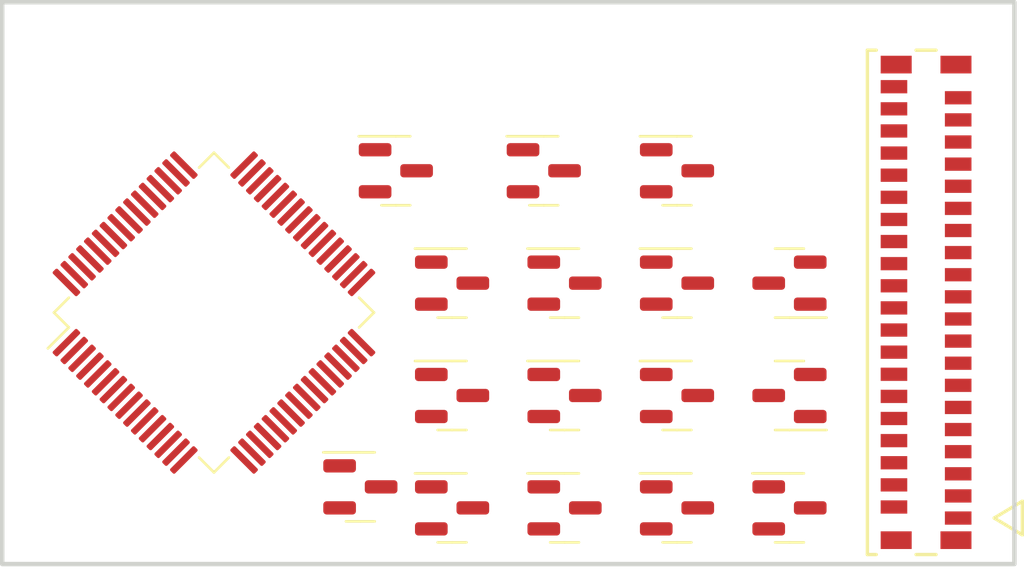
<source format=kicad_pcb>
(kicad_pcb (version 20221018) (generator pcbnew)
  (layers (0 "F.Cu" signal) (31 "B.Cu" signal) (34 "B.Paste" user) (35 "F.Paste" user) (36 "B.SilkS" user "B.Silkscreen") (37 "F.SilkS" user "F.Silkscreen") (38 "B.Mask" user) (39 "F.Mask" user) (44 "Edge.Cuts" user))
  (net 0 "")
  (net 34 "Net-(U1-VSS-Pad31)")
  (footprint "Package_TO_SOT_SMD:SOT-23" (layer "F.Cu") (at 170.18 101.6)
    (fp_text reference "Q1" hide)
    (fp_text value "MMBT3904" hide)
    (fp_line (start 0 -1.56) (end -1.675 -1.56) (stroke (width 0.12)) (layer "F.SilkS"))
    (fp_line (start 0 -1.56) (end 0.65 -1.56) (stroke (width 0.12)) (layer "F.SilkS"))
    (fp_line (start 0 1.56) (end -0.65 1.56) (stroke (width 0.12)) (layer "F.SilkS"))
    (fp_line (start 0 1.56) (end 0.65 1.56) (stroke (width 0.12)) (layer "F.SilkS"))
    (pad "1" smd roundrect (at -0.9375 -0.95) (size 1.475 0.6) (layers "F.Cu" "F.Paste" "F.Mask"))
    (pad "2" smd roundrect (at -0.9375 0.95) (size 1.475 0.6) (layers "F.Cu" "F.Paste" "F.Mask"))
    (pad "3" smd roundrect (at 0.9375 0) (size 1.475 0.6) (layers "F.Cu" "F.Paste" "F.Mask"))
  )
  (footprint "Package_TO_SOT_SMD:SOT-23" (layer "F.Cu") (at 180.34 111.76)
    (fp_text reference "Q1" hide)
    (fp_text value "MMBT3904" hide)
    (fp_line (start 0 -1.56) (end -1.675 -1.56) (stroke (width 0.12)) (layer "F.SilkS"))
    (fp_line (start 0 -1.56) (end 0.65 -1.56) (stroke (width 0.12)) (layer "F.SilkS"))
    (fp_line (start 0 1.56) (end -0.65 1.56) (stroke (width 0.12)) (layer "F.SilkS"))
    (fp_line (start 0 1.56) (end 0.65 1.56) (stroke (width 0.12)) (layer "F.SilkS"))
    (pad "1" smd roundrect (at -0.9375 -0.95) (size 1.475 0.6) (layers "F.Cu" "F.Paste" "F.Mask"))
    (pad "2" smd roundrect (at -0.9375 0.95) (size 1.475 0.6) (layers "F.Cu" "F.Paste" "F.Mask"))
    (pad "3" smd roundrect (at 0.9375 0) (size 1.475 0.6) (layers "F.Cu" "F.Paste" "F.Mask"))
  )
  (footprint "Package_TO_SOT_SMD:SOT-23" (layer "F.Cu") (at 170.18 106.68)
    (fp_text reference "Q1" hide)
    (fp_text value "MMBT3904" hide)
    (fp_line (start 0 -1.56) (end -1.675 -1.56) (stroke (width 0.12)) (layer "F.SilkS"))
    (fp_line (start 0 -1.56) (end 0.65 -1.56) (stroke (width 0.12)) (layer "F.SilkS"))
    (fp_line (start 0 1.56) (end -0.65 1.56) (stroke (width 0.12)) (layer "F.SilkS"))
    (fp_line (start 0 1.56) (end 0.65 1.56) (stroke (width 0.12)) (layer "F.SilkS"))
    (pad "1" smd roundrect (at -0.9375 -0.95) (size 1.475 0.6) (layers "F.Cu" "F.Paste" "F.Mask"))
    (pad "2" smd roundrect (at -0.9375 0.95) (size 1.475 0.6) (layers "F.Cu" "F.Paste" "F.Mask"))
    (pad "3" smd roundrect (at 0.9375 0) (size 1.475 0.6) (layers "F.Cu" "F.Paste" "F.Mask"))
  )
  (footprint "Package_TO_SOT_SMD:SOT-23" (layer "F.Cu") (at 174.3225 96.52)
    (fp_text reference "Q1" hide)
    (fp_text value "MMBT3904" hide)
    (fp_line (start 0 -1.56) (end -1.675 -1.56) (stroke (width 0.12)) (layer "F.SilkS"))
    (fp_line (start 0 -1.56) (end 0.65 -1.56) (stroke (width 0.12)) (layer "F.SilkS"))
    (fp_line (start 0 1.56) (end -0.65 1.56) (stroke (width 0.12)) (layer "F.SilkS"))
    (fp_line (start 0 1.56) (end 0.65 1.56) (stroke (width 0.12)) (layer "F.SilkS"))
    (pad "1" smd roundrect (at -0.9375 -0.95) (size 1.475 0.6) (layers "F.Cu" "F.Paste" "F.Mask"))
    (pad "2" smd roundrect (at -0.9375 0.95) (size 1.475 0.6) (layers "F.Cu" "F.Paste" "F.Mask"))
    (pad "3" smd roundrect (at 0.9375 0) (size 1.475 0.6) (layers "F.Cu" "F.Paste" "F.Mask"))
  )
  (footprint "Package_TO_SOT_SMD:SOT-23" (layer "F.Cu") (at 170.18 111.76)
    (fp_text reference "Q1" hide)
    (fp_text value "MMBT3904" hide)
    (fp_line (start 0 -1.56) (end -1.675 -1.56) (stroke (width 0.12)) (layer "F.SilkS"))
    (fp_line (start 0 -1.56) (end 0.65 -1.56) (stroke (width 0.12)) (layer "F.SilkS"))
    (fp_line (start 0 1.56) (end -0.65 1.56) (stroke (width 0.12)) (layer "F.SilkS"))
    (fp_line (start 0 1.56) (end 0.65 1.56) (stroke (width 0.12)) (layer "F.SilkS"))
    (pad "1" smd roundrect (at -0.9375 -0.95) (size 1.475 0.6) (layers "F.Cu" "F.Paste" "F.Mask"))
    (pad "2" smd roundrect (at -0.9375 0.95) (size 1.475 0.6) (layers "F.Cu" "F.Paste" "F.Mask"))
    (pad "3" smd roundrect (at 0.9375 0) (size 1.475 0.6) (layers "F.Cu" "F.Paste" "F.Mask"))
  )
  (footprint "Package_TO_SOT_SMD:SOT-23" (layer "F.Cu") (at 166.0375 110.81)
    (fp_text reference "Q1" hide)
    (fp_text value "MMBT3904" hide)
    (fp_line (start 0 -1.56) (end -1.675 -1.56) (stroke (width 0.12)) (layer "F.SilkS"))
    (fp_line (start 0 -1.56) (end 0.65 -1.56) (stroke (width 0.12)) (layer "F.SilkS"))
    (fp_line (start 0 1.56) (end -0.65 1.56) (stroke (width 0.12)) (layer "F.SilkS"))
    (fp_line (start 0 1.56) (end 0.65 1.56) (stroke (width 0.12)) (layer "F.SilkS"))
    (pad "1" smd roundrect (at -0.9375 -0.95) (size 1.475 0.6) (layers "F.Cu" "F.Paste" "F.Mask"))
    (pad "2" smd roundrect (at -0.9375 0.95) (size 1.475 0.6) (layers "F.Cu" "F.Paste" "F.Mask"))
    (pad "3" smd roundrect (at 0.9375 0) (size 1.475 0.6) (layers "F.Cu" "F.Paste" "F.Mask"))
  )
  (footprint "Package_TO_SOT_SMD:SOT-23" (layer "F.Cu") (at 185.42 111.76)
    (fp_text reference "Q1" hide)
    (fp_text value "MMBT3904" hide)
    (fp_line (start 0 -1.56) (end -1.675 -1.56) (stroke (width 0.12)) (layer "F.SilkS"))
    (fp_line (start 0 -1.56) (end 0.65 -1.56) (stroke (width 0.12)) (layer "F.SilkS"))
    (fp_line (start 0 1.56) (end -0.65 1.56) (stroke (width 0.12)) (layer "F.SilkS"))
    (fp_line (start 0 1.56) (end 0.65 1.56) (stroke (width 0.12)) (layer "F.SilkS"))
    (pad "1" smd roundrect (at -0.9375 -0.95) (size 1.475 0.6) (layers "F.Cu" "F.Paste" "F.Mask"))
    (pad "2" smd roundrect (at -0.9375 0.95) (size 1.475 0.6) (layers "F.Cu" "F.Paste" "F.Mask"))
    (pad "3" smd roundrect (at 0.9375 0) (size 1.475 0.6) (layers "F.Cu" "F.Paste" "F.Mask"))
  )
  (footprint "Package_TO_SOT_SMD:SOT-23" (layer "F.Cu") (at 185.42 106.68 180)
    (fp_text reference "Q1" hide)
    (fp_text value "MMBT3904" hide)
    (fp_line (start 0 -1.56) (end -1.675 -1.56) (stroke (width 0.12)) (layer "F.SilkS"))
    (fp_line (start 0 -1.56) (end 0.65 -1.56) (stroke (width 0.12)) (layer "F.SilkS"))
    (fp_line (start 0 1.56) (end -0.65 1.56) (stroke (width 0.12)) (layer "F.SilkS"))
    (fp_line (start 0 1.56) (end 0.65 1.56) (stroke (width 0.12)) (layer "F.SilkS"))
    (pad "1" smd roundrect (at -0.9375 -0.95 180) (size 1.475 0.6) (layers "F.Cu" "F.Paste" "F.Mask"))
    (pad "2" smd roundrect (at -0.9375 0.95 180) (size 1.475 0.6) (layers "F.Cu" "F.Paste" "F.Mask"))
    (pad "3" smd roundrect (at 0.9375 0 180) (size 1.475 0.6) (layers "F.Cu" "F.Paste" "F.Mask"))
  )
  (footprint "custom:CON_5019514000" (layer "F.Cu") (at 191.590001 102.470023 90)
    (fp_text reference "J1" hide)
    (fp_text value "5019514000")
    (fp_line (start -11.399977 -2.649999) (end -11.399977 -2.249818) (stroke (width 0.1524)) (layer "F.SilkS"))
    (fp_line (start -11.399977 -0.450182) (end -11.399977 0.450182) (stroke (width 0.1524)) (layer "F.SilkS"))
    (fp_line (start -10.510977 4.35) (end -9.748977 3.08) (stroke (width 0.1524)) (layer "F.SilkS"))
    (fp_line (start -9.748977 3.08) (end -8.986977 4.35) (stroke (width 0.1524)) (layer "F.SilkS"))
    (fp_line (start -8.986977 4.35) (end -10.510977 4.35) (stroke (width 0.1524)) (layer "F.SilkS"))
    (fp_line (start 11.399977 -2.649999) (end -11.399977 -2.649999) (stroke (width 0.1524)) (layer "F.SilkS"))
    (fp_line (start 11.399977 -2.249818) (end 11.399977 -2.649999) (stroke (width 0.1524)) (layer "F.SilkS"))
    (fp_line (start 11.399977 0.450182) (end 11.399977 -0.450182) (stroke (width 0.1524)) (layer "F.SilkS"))
    (pad "1" smd rect (at -9.749977 1.449999 90) (size 0.6 1.2) (layers "F.Cu" "F.Paste" "F.Mask"))
    (pad "2" smd rect (at -9.249977 -1.45 90) (size 0.6 1.2) (layers "F.Cu" "F.Paste" "F.Mask"))
    (pad "3" smd rect (at -8.749978 1.449999 90) (size 0.6 1.2) (layers "F.Cu" "F.Paste" "F.Mask"))
    (pad "4" smd rect (at -8.249977 -1.45 90) (size 0.6 1.2) (layers "F.Cu" "F.Paste" "F.Mask"))
    (pad "5" smd rect (at -7.749977 1.449999 90) (size 0.6 1.2) (layers "F.Cu" "F.Paste" "F.Mask"))
    (pad "6" smd rect (at -7.249977 -1.45 90) (size 0.6 1.2) (layers "F.Cu" "F.Paste" "F.Mask"))
    (pad "7" smd rect (at -6.749977 1.449999 90) (size 0.6 1.2) (layers "F.Cu" "F.Paste" "F.Mask"))
    (pad "8" smd rect (at -6.249977 -1.45 90) (size 0.6 1.2) (layers "F.Cu" "F.Paste" "F.Mask"))
    (pad "9" smd rect (at -5.749977 1.449999 90) (size 0.6 1.2) (layers "F.Cu" "F.Paste" "F.Mask"))
    (pad "10" smd rect (at -5.249977 -1.45 90) (size 0.6 1.2) (layers "F.Cu" "F.Paste" "F.Mask"))
    (pad "11" smd rect (at -4.749977 1.449999 90) (size 0.6 1.2) (layers "F.Cu" "F.Paste" "F.Mask"))
    (pad "12" smd rect (at -4.249977 -1.45 90) (size 0.6 1.2) (layers "F.Cu" "F.Paste" "F.Mask"))
    (pad "13" smd rect (at -3.749977 1.449999 90) (size 0.6 1.2) (layers "F.Cu" "F.Paste" "F.Mask"))
    (pad "14" smd rect (at -3.249977 -1.45 90) (size 0.6 1.2) (layers "F.Cu" "F.Paste" "F.Mask"))
    (pad "15" smd rect (at -2.749977 1.449999 90) (size 0.6 1.2) (layers "F.Cu" "F.Paste" "F.Mask"))
    (pad "16" smd rect (at -2.249977 -1.45 90) (size 0.6 1.2) (layers "F.Cu" "F.Paste" "F.Mask"))
    (pad "17" smd rect (at -1.749977 1.449999 90) (size 0.6 1.2) (layers "F.Cu" "F.Paste" "F.Mask"))
    (pad "18" smd rect (at -1.249977 -1.45 90) (size 0.6 1.2) (layers "F.Cu" "F.Paste" "F.Mask"))
    (pad "19" smd rect (at -0.749977 1.449999 90) (size 0.6 1.2) (layers "F.Cu" "F.Paste" "F.Mask"))
    (pad "20" smd rect (at -0.249977 -1.45 90) (size 0.6 1.2) (layers "F.Cu" "F.Paste" "F.Mask"))
    (pad "21" smd rect (at 0.250023 1.449999 90) (size 0.6 1.2) (layers "F.Cu" "F.Paste" "F.Mask"))
    (pad "22" smd rect (at 0.750023 -1.45 90) (size 0.6 1.2) (layers "F.Cu" "F.Paste" "F.Mask"))
    (pad "23" smd rect (at 1.250023 1.449999 90) (size 0.6 1.2) (layers "F.Cu" "F.Paste" "F.Mask"))
    (pad "24" smd rect (at 1.750023 -1.45 90) (size 0.6 1.2) (layers "F.Cu" "F.Paste" "F.Mask"))
    (pad "25" smd rect (at 2.250023 1.449999 90) (size 0.6 1.2) (layers "F.Cu" "F.Paste" "F.Mask"))
    (pad "26" smd rect (at 2.750023 -1.45 90) (size 0.6 1.2) (layers "F.Cu" "F.Paste" "F.Mask"))
    (pad "27" smd rect (at 3.250023 1.449999 90) (size 0.6 1.2) (layers "F.Cu" "F.Paste" "F.Mask"))
    (pad "28" smd rect (at 3.750023 -1.45 90) (size 0.6 1.2) (layers "F.Cu" "F.Paste" "F.Mask"))
    (pad "29" smd rect (at 4.250023 1.449999 90) (size 0.6 1.2) (layers "F.Cu" "F.Paste" "F.Mask"))
    (pad "30" smd rect (at 4.750023 -1.45 90) (size 0.6 1.2) (layers "F.Cu" "F.Paste" "F.Mask"))
    (pad "31" smd rect (at 5.250023 1.449999 90) (size 0.6 1.2) (layers "F.Cu" "F.Paste" "F.Mask"))
    (pad "32" smd rect (at 5.750023 -1.45 90) (size 0.6 1.2) (layers "F.Cu" "F.Paste" "F.Mask"))
    (pad "33" smd rect (at 6.250023 1.449999 90) (size 0.6 1.2) (layers "F.Cu" "F.Paste" "F.Mask"))
    (pad "34" smd rect (at 6.750024 -1.45 90) (size 0.6 1.2) (layers "F.Cu" "F.Paste" "F.Mask"))
    (pad "35" smd rect (at 7.250023 1.449999 90) (size 0.6 1.2) (layers "F.Cu" "F.Paste" "F.Mask"))
    (pad "36" smd rect (at 7.750023 -1.45 90) (size 0.6 1.2) (layers "F.Cu" "F.Paste" "F.Mask"))
    (pad "37" smd rect (at 8.250024 1.449999 90) (size 0.6 1.2) (layers "F.Cu" "F.Paste" "F.Mask"))
    (pad "38" smd rect (at 8.750023 -1.45 90) (size 0.6 1.2) (layers "F.Cu" "F.Paste" "F.Mask"))
    (pad "39" smd rect (at 9.250024 1.449999 90) (size 0.6 1.2) (layers "F.Cu" "F.Paste" "F.Mask"))
    (pad "40" smd rect (at 9.750023 -1.45 90) (size 0.6 1.2) (layers "F.Cu" "F.Paste" "F.Mask"))
    (pad "P1" smd rect (at -10.74998 1.35 90) (size 0.8 1.4) (layers "F.Cu" "F.Paste" "F.Mask"))
    (pad "P2" smd rect (at 10.74998 1.35 90) (size 0.8 1.4) (layers "F.Cu" "F.Paste" "F.Mask"))
    (pad "P3" smd rect (at -10.74998 -1.35 90) (size 0.8 1.4) (layers "F.Cu" "F.Paste" "F.Mask"))
    (pad "P4" smd rect (at 10.74998 -1.35 90) (size 0.8 1.4) (layers "F.Cu" "F.Paste" "F.Mask"))
  )
  (footprint "Package_TO_SOT_SMD:SOT-23" (layer "F.Cu") (at 185.42 101.6 180)
    (fp_text reference "Q1" hide)
    (fp_text value "MMBT3904" hide)
    (fp_line (start 0 -1.56) (end -1.675 -1.56) (stroke (width 0.12)) (layer "F.SilkS"))
    (fp_line (start 0 -1.56) (end 0.65 -1.56) (stroke (width 0.12)) (layer "F.SilkS"))
    (fp_line (start 0 1.56) (end -0.65 1.56) (stroke (width 0.12)) (layer "F.SilkS"))
    (fp_line (start 0 1.56) (end 0.65 1.56) (stroke (width 0.12)) (layer "F.SilkS"))
    (pad "1" smd roundrect (at -0.9375 -0.95 180) (size 1.475 0.6) (layers "F.Cu" "F.Paste" "F.Mask"))
    (pad "2" smd roundrect (at -0.9375 0.95 180) (size 1.475 0.6) (layers "F.Cu" "F.Paste" "F.Mask"))
    (pad "3" smd roundrect (at 0.9375 0 180) (size 1.475 0.6) (layers "F.Cu" "F.Paste" "F.Mask"))
  )
  (footprint "Package_TO_SOT_SMD:SOT-23" (layer "F.Cu") (at 175.26 101.6)
    (fp_text reference "Q1" hide)
    (fp_text value "MMBT3904")
    (fp_line (start 0 -1.56) (end -1.675 -1.56) (stroke (width 0.12)) (layer "F.SilkS"))
    (fp_line (start 0 -1.56) (end 0.65 -1.56) (stroke (width 0.12)) (layer "F.SilkS"))
    (fp_line (start 0 1.56) (end -0.65 1.56) (stroke (width 0.12)) (layer "F.SilkS"))
    (fp_line (start 0 1.56) (end 0.65 1.56) (stroke (width 0.12)) (layer "F.SilkS"))
    (pad "1" smd roundrect (at -0.9375 -0.95) (size 1.475 0.6) (layers "F.Cu" "F.Paste" "F.Mask"))
    (pad "2" smd roundrect (at -0.9375 0.95) (size 1.475 0.6) (layers "F.Cu" "F.Paste" "F.Mask"))
    (pad "3" smd roundrect (at 0.9375 0) (size 1.475 0.6) (layers "F.Cu" "F.Paste" "F.Mask"))
  )
  (footprint "Package_TO_SOT_SMD:SOT-23" (layer "F.Cu") (at 167.64 96.52)
    (fp_text reference "Q1" hide)
    (fp_text value "MMBT3904" hide)
    (fp_line (start 0 -1.56) (end -1.675 -1.56) (stroke (width 0.12)) (layer "F.SilkS"))
    (fp_line (start 0 -1.56) (end 0.65 -1.56) (stroke (width 0.12)) (layer "F.SilkS"))
    (fp_line (start 0 1.56) (end -0.65 1.56) (stroke (width 0.12)) (layer "F.SilkS"))
    (fp_line (start 0 1.56) (end 0.65 1.56) (stroke (width 0.12)) (layer "F.SilkS"))
    (pad "1" smd roundrect (at -0.9375 -0.95) (size 1.475 0.6) (layers "F.Cu" "F.Paste" "F.Mask"))
    (pad "2" smd roundrect (at -0.9375 0.95) (size 1.475 0.6) (layers "F.Cu" "F.Paste" "F.Mask"))
    (pad "3" smd roundrect (at 0.9375 0) (size 1.475 0.6) (layers "F.Cu" "F.Paste" "F.Mask"))
  )
  (footprint "Package_TO_SOT_SMD:SOT-23" (layer "F.Cu") (at 175.26 106.68)
    (fp_text reference "Q1" hide)
    (fp_text value "MMBT3904" hide)
    (fp_line (start 0 -1.56) (end -1.675 -1.56) (stroke (width 0.12)) (layer "F.SilkS"))
    (fp_line (start 0 -1.56) (end 0.65 -1.56) (stroke (width 0.12)) (layer "F.SilkS"))
    (fp_line (start 0 1.56) (end -0.65 1.56) (stroke (width 0.12)) (layer "F.SilkS"))
    (fp_line (start 0 1.56) (end 0.65 1.56) (stroke (width 0.12)) (layer "F.SilkS"))
    (pad "1" smd roundrect (at -0.9375 -0.95) (size 1.475 0.6) (layers "F.Cu" "F.Paste" "F.Mask"))
    (pad "2" smd roundrect (at -0.9375 0.95) (size 1.475 0.6) (layers "F.Cu" "F.Paste" "F.Mask"))
    (pad "3" smd roundrect (at 0.9375 0) (size 1.475 0.6) (layers "F.Cu" "F.Paste" "F.Mask"))
  )
  (footprint "Package_TO_SOT_SMD:SOT-23" (layer "F.Cu") (at 180.34 101.6)
    (fp_text reference "Q1" hide)
    (fp_text value "MMBT3904" hide)
    (fp_line (start 0 -1.56) (end -1.675 -1.56) (stroke (width 0.12)) (layer "F.SilkS"))
    (fp_line (start 0 -1.56) (end 0.65 -1.56) (stroke (width 0.12)) (layer "F.SilkS"))
    (fp_line (start 0 1.56) (end -0.65 1.56) (stroke (width 0.12)) (layer "F.SilkS"))
    (fp_line (start 0 1.56) (end 0.65 1.56) (stroke (width 0.12)) (layer "F.SilkS"))
    (pad "1" smd roundrect (at -0.9375 -0.95) (size 1.475 0.6) (layers "F.Cu" "F.Paste" "F.Mask"))
    (pad "2" smd roundrect (at -0.9375 0.95) (size 1.475 0.6) (layers "F.Cu" "F.Paste" "F.Mask"))
    (pad "3" smd roundrect (at 0.9375 0) (size 1.475 0.6) (layers "F.Cu" "F.Paste" "F.Mask"))
  )
  (footprint "Package_TO_SOT_SMD:SOT-23" (layer "F.Cu") (at 175.26 111.76)
    (fp_text reference "Q1" hide)
    (fp_text value "MMBT3904" hide)
    (fp_line (start 0 -1.56) (end -1.675 -1.56) (stroke (width 0.12)) (layer "F.SilkS"))
    (fp_line (start 0 -1.56) (end 0.65 -1.56) (stroke (width 0.12)) (layer "F.SilkS"))
    (fp_line (start 0 1.56) (end -0.65 1.56) (stroke (width 0.12)) (layer "F.SilkS"))
    (fp_line (start 0 1.56) (end 0.65 1.56) (stroke (width 0.12)) (layer "F.SilkS"))
    (pad "1" smd roundrect (at -0.9375 -0.95) (size 1.475 0.6) (layers "F.Cu" "F.Paste" "F.Mask"))
    (pad "2" smd roundrect (at -0.9375 0.95) (size 1.475 0.6) (layers "F.Cu" "F.Paste" "F.Mask"))
    (pad "3" smd roundrect (at 0.9375 0) (size 1.475 0.6) (layers "F.Cu" "F.Paste" "F.Mask"))
  )
  (footprint "Package_TO_SOT_SMD:SOT-23" (layer "F.Cu") (at 180.34 96.52)
    (fp_text reference "Q1" hide)
    (fp_text value "MMBT3904" hide)
    (fp_line (start 0 -1.56) (end -1.675 -1.56) (stroke (width 0.12)) (layer "F.SilkS"))
    (fp_line (start 0 -1.56) (end 0.65 -1.56) (stroke (width 0.12)) (layer "F.SilkS"))
    (fp_line (start 0 1.56) (end -0.65 1.56) (stroke (width 0.12)) (layer "F.SilkS"))
    (fp_line (start 0 1.56) (end 0.65 1.56) (stroke (width 0.12)) (layer "F.SilkS"))
    (pad "1" smd roundrect (at -0.9375 -0.95) (size 1.475 0.6) (layers "F.Cu" "F.Paste" "F.Mask"))
    (pad "2" smd roundrect (at -0.9375 0.95) (size 1.475 0.6) (layers "F.Cu" "F.Paste" "F.Mask"))
    (pad "3" smd roundrect (at 0.9375 0) (size 1.475 0.6) (layers "F.Cu" "F.Paste" "F.Mask"))
  )
  (footprint "Package_QFP:LQFP-64_10x10mm_P0.5mm" (layer "F.Cu") (at 159.425 102.93 45)
    (fp_text reference "U1" hide)
    (fp_text value "STM32F030R8Tx")
    (fp_line (start -5.11 -5.11) (end -5.11 -4.16) (stroke (width 0.12)) (layer "F.SilkS"))
    (fp_line (start -5.11 -4.16) (end -6.45 -4.16) (stroke (width 0.12)) (layer "F.SilkS"))
    (fp_line (start -5.11 5.11) (end -5.11 4.16) (stroke (width 0.12)) (layer "F.SilkS"))
    (fp_line (start -4.16 -5.11) (end -5.11 -5.11) (stroke (width 0.12)) (layer "F.SilkS"))
    (fp_line (start -4.16 5.11) (end -5.11 5.11) (stroke (width 0.12)) (layer "F.SilkS"))
    (fp_line (start 4.16 -5.11) (end 5.11 -5.11) (stroke (width 0.12)) (layer "F.SilkS"))
    (fp_line (start 4.16 5.11) (end 5.11 5.11) (stroke (width 0.12)) (layer "F.SilkS"))
    (fp_line (start 5.11 -5.11) (end 5.11 -4.16) (stroke (width 0.12)) (layer "F.SilkS"))
    (fp_line (start 5.11 5.11) (end 5.11 4.16) (stroke (width 0.12)) (layer "F.SilkS"))
    (pad "1" smd roundrect (at -5.675 -3.75 45) (size 1.55 0.3) (layers "F.Cu" "F.Paste" "F.Mask"))
    (pad "2" smd roundrect (at -5.675 -3.25 45) (size 1.55 0.3) (layers "F.Cu" "F.Paste" "F.Mask"))
    (pad "3" smd roundrect (at -5.675 -2.75 45) (size 1.55 0.3) (layers "F.Cu" "F.Paste" "F.Mask"))
    (pad "4" smd roundrect (at -5.675 -2.25 45) (size 1.55 0.3) (layers "F.Cu" "F.Paste" "F.Mask"))
    (pad "5" smd roundrect (at -5.675 -1.75 45) (size 1.55 0.3) (layers "F.Cu" "F.Paste" "F.Mask"))
    (pad "6" smd roundrect (at -5.675 -1.25 45) (size 1.55 0.3) (layers "F.Cu" "F.Paste" "F.Mask"))
    (pad "7" smd roundrect (at -5.675 -0.75 45) (size 1.55 0.3) (layers "F.Cu" "F.Paste" "F.Mask"))
    (pad "8" smd roundrect (at -5.675 -0.25 45) (size 1.55 0.3) (layers "F.Cu" "F.Paste" "F.Mask"))
    (pad "9" smd roundrect (at -5.675 0.25 45) (size 1.55 0.3) (layers "F.Cu" "F.Paste" "F.Mask"))
    (pad "10" smd roundrect (at -5.675 0.75 45) (size 1.55 0.3) (layers "F.Cu" "F.Paste" "F.Mask"))
    (pad "11" smd roundrect (at -5.675 1.25 45) (size 1.55 0.3) (layers "F.Cu" "F.Paste" "F.Mask"))
    (pad "12" smd roundrect (at -5.675 1.75 45) (size 1.55 0.3) (layers "F.Cu" "F.Paste" "F.Mask"))
    (pad "13" smd roundrect (at -5.675 2.25 45) (size 1.55 0.3) (layers "F.Cu" "F.Paste" "F.Mask"))
    (pad "14" smd roundrect (at -5.675 2.75 45) (size 1.55 0.3) (layers "F.Cu" "F.Paste" "F.Mask"))
    (pad "15" smd roundrect (at -5.675 3.25 45) (size 1.55 0.3) (layers "F.Cu" "F.Paste" "F.Mask"))
    (pad "16" smd roundrect (at -5.675 3.75 45) (size 1.55 0.3) (layers "F.Cu" "F.Paste" "F.Mask"))
    (pad "17" smd roundrect (at -3.75 5.675 45) (size 0.3 1.55) (layers "F.Cu" "F.Paste" "F.Mask"))
    (pad "18" smd roundrect (at -3.25 5.675 45) (size 0.3 1.55) (layers "F.Cu" "F.Paste" "F.Mask"))
    (pad "19" smd roundrect (at -2.75 5.675 45) (size 0.3 1.55) (layers "F.Cu" "F.Paste" "F.Mask"))
    (pad "20" smd roundrect (at -2.25 5.675 45) (size 0.3 1.55) (layers "F.Cu" "F.Paste" "F.Mask"))
    (pad "21" smd roundrect (at -1.75 5.675 45) (size 0.3 1.55) (layers "F.Cu" "F.Paste" "F.Mask"))
    (pad "22" smd roundrect (at -1.25 5.675 45) (size 0.3 1.55) (layers "F.Cu" "F.Paste" "F.Mask"))
    (pad "23" smd roundrect (at -0.75 5.675 45) (size 0.3 1.55) (layers "F.Cu" "F.Paste" "F.Mask"))
    (pad "24" smd roundrect (at -0.25 5.675 45) (size 0.3 1.55) (layers "F.Cu" "F.Paste" "F.Mask"))
    (pad "25" smd roundrect (at 0.25 5.675 45) (size 0.3 1.55) (layers "F.Cu" "F.Paste" "F.Mask"))
    (pad "26" smd roundrect (at 0.75 5.675 45) (size 0.3 1.55) (layers "F.Cu" "F.Paste" "F.Mask"))
    (pad "27" smd roundrect (at 1.25 5.675 45) (size 0.3 1.55) (layers "F.Cu" "F.Paste" "F.Mask"))
    (pad "28" smd roundrect (at 1.75 5.675 45) (size 0.3 1.55) (layers "F.Cu" "F.Paste" "F.Mask"))
    (pad "29" smd roundrect (at 2.25 5.675 45) (size 0.3 1.55) (layers "F.Cu" "F.Paste" "F.Mask"))
    (pad "30" smd roundrect (at 2.75 5.675 45) (size 0.3 1.55) (layers "F.Cu" "F.Paste" "F.Mask"))
    (pad "31" smd roundrect (at 3.25 5.675 45) (size 0.3 1.55) (layers "F.Cu" "F.Paste" "F.Mask") (net 34 "Net-(U1-VSS-Pad31)"))
    (pad "32" smd roundrect (at 3.75 5.675 45) (size 0.3 1.55) (layers "F.Cu" "F.Paste" "F.Mask"))
    (pad "33" smd roundrect (at 5.675 3.75 45) (size 1.55 0.3) (layers "F.Cu" "F.Paste" "F.Mask"))
    (pad "34" smd roundrect (at 5.675 3.25 45) (size 1.55 0.3) (layers "F.Cu" "F.Paste" "F.Mask"))
    (pad "35" smd roundrect (at 5.675 2.75 45) (size 1.55 0.3) (layers "F.Cu" "F.Paste" "F.Mask"))
    (pad "36" smd roundrect (at 5.675 2.25 45) (size 1.55 0.3) (layers "F.Cu" "F.Paste" "F.Mask"))
    (pad "37" smd roundrect (at 5.675 1.75 45) (size 1.55 0.3) (layers "F.Cu" "F.Paste" "F.Mask"))
    (pad "38" smd roundrect (at 5.675 1.25 45) (size 1.55 0.3) (layers "F.Cu" "F.Paste" "F.Mask"))
    (pad "39" smd roundrect (at 5.675 0.75 45) (size 1.55 0.3) (layers "F.Cu" "F.Paste" "F.Mask"))
    (pad "40" smd roundrect (at 5.675 0.25 45) (size 1.55 0.3) (layers "F.Cu" "F.Paste" "F.Mask"))
    (pad "41" smd roundrect (at 5.675 -0.25 45) (size 1.55 0.3) (layers "F.Cu" "F.Paste" "F.Mask"))
    (pad "42" smd roundrect (at 5.675 -0.75 45) (size 1.55 0.3) (layers "F.Cu" "F.Paste" "F.Mask"))
    (pad "43" smd roundrect (at 5.675 -1.25 45) (size 1.55 0.3) (layers "F.Cu" "F.Paste" "F.Mask"))
    (pad "44" smd roundrect (at 5.675 -1.75 45) (size 1.55 0.3) (layers "F.Cu" "F.Paste" "F.Mask"))
    (pad "45" smd roundrect (at 5.675 -2.25 45) (size 1.55 0.3) (layers "F.Cu" "F.Paste" "F.Mask"))
    (pad "46" smd roundrect (at 5.675 -2.75 45) (size 1.55 0.3) (layers "F.Cu" "F.Paste" "F.Mask"))
    (pad "47" smd roundrect (at 5.675 -3.25 45) (size 1.55 0.3) (layers "F.Cu" "F.Paste" "F.Mask"))
    (pad "48" smd roundrect (at 5.675 -3.75 45) (size 1.55 0.3) (layers "F.Cu" "F.Paste" "F.Mask"))
    (pad "49" smd roundrect (at 3.75 -5.675 45) (size 0.3 1.55) (layers "F.Cu" "F.Paste" "F.Mask"))
    (pad "50" smd roundrect (at 3.25 -5.675 45) (size 0.3 1.55) (layers "F.Cu" "F.Paste" "F.Mask"))
    (pad "51" smd roundrect (at 2.75 -5.675 45) (size 0.3 1.55) (layers "F.Cu" "F.Paste" "F.Mask"))
    (pad "52" smd roundrect (at 2.25 -5.675 45) (size 0.3 1.55) (layers "F.Cu" "F.Paste" "F.Mask"))
    (pad "53" smd roundrect (at 1.75 -5.675 45) (size 0.3 1.55) (layers "F.Cu" "F.Paste" "F.Mask"))
    (pad "54" smd roundrect (at 1.25 -5.675 45) (size 0.3 1.55) (layers "F.Cu" "F.Paste" "F.Mask"))
    (pad "55" smd roundrect (at 0.75 -5.675 45) (size 0.3 1.55) (layers "F.Cu" "F.Paste" "F.Mask"))
    (pad "56" smd roundrect (at 0.25 -5.675 45) (size 0.3 1.55) (layers "F.Cu" "F.Paste" "F.Mask"))
    (pad "57" smd roundrect (at -0.25 -5.675 45) (size 0.3 1.55) (layers "F.Cu" "F.Paste" "F.Mask"))
    (pad "58" smd roundrect (at -0.75 -5.675 45) (size 0.3 1.55) (layers "F.Cu" "F.Paste" "F.Mask"))
    (pad "59" smd roundrect (at -1.25 -5.675 45) (size 0.3 1.55) (layers "F.Cu" "F.Paste" "F.Mask"))
    (pad "60" smd roundrect (at -1.75 -5.675 45) (size 0.3 1.55) (layers "F.Cu" "F.Paste" "F.Mask"))
    (pad "61" smd roundrect (at -2.25 -5.675 45) (size 0.3 1.55) (layers "F.Cu" "F.Paste" "F.Mask"))
    (pad "62" smd roundrect (at -2.75 -5.675 45) (size 0.3 1.55) (layers "F.Cu" "F.Paste" "F.Mask"))
    (pad "63" smd roundrect (at -3.25 -5.675 45) (size 0.3 1.55) (layers "F.Cu" "F.Paste" "F.Mask") (net 34 "Net-(U1-VSS-Pad31)"))
    (pad "64" smd roundrect (at -3.75 -5.675 45) (size 0.3 1.55) (layers "F.Cu" "F.Paste" "F.Mask"))
  )
  (footprint "Package_TO_SOT_SMD:SOT-23" (layer "F.Cu") (at 180.34 106.68)
    (fp_text reference "Q1" hide)
    (fp_text value "MMBT3904" hide)
    (fp_line (start 0 -1.56) (end -1.675 -1.56) (stroke (width 0.12)) (layer "F.SilkS"))
    (fp_line (start 0 -1.56) (end 0.65 -1.56) (stroke (width 0.12)) (layer "F.SilkS"))
    (fp_line (start 0 1.56) (end -0.65 1.56) (stroke (width 0.12)) (layer "F.SilkS"))
    (fp_line (start 0 1.56) (end 0.65 1.56) (stroke (width 0.12)) (layer "F.SilkS"))
    (pad "1" smd roundrect (at -0.9375 -0.95) (size 1.475 0.6) (layers "F.Cu" "F.Paste" "F.Mask"))
    (pad "2" smd roundrect (at -0.9375 0.95) (size 1.475 0.6) (layers "F.Cu" "F.Paste" "F.Mask"))
    (pad "3" smd roundrect (at 0.9375 0) (size 1.475 0.6) (layers "F.Cu" "F.Paste" "F.Mask"))
  )
  (gr_rect (start 149.86 88.9) (end 195.58 114.3) (stroke (width 0.2)) (fill none) (layer "Edge.Cuts"))
)
</source>
